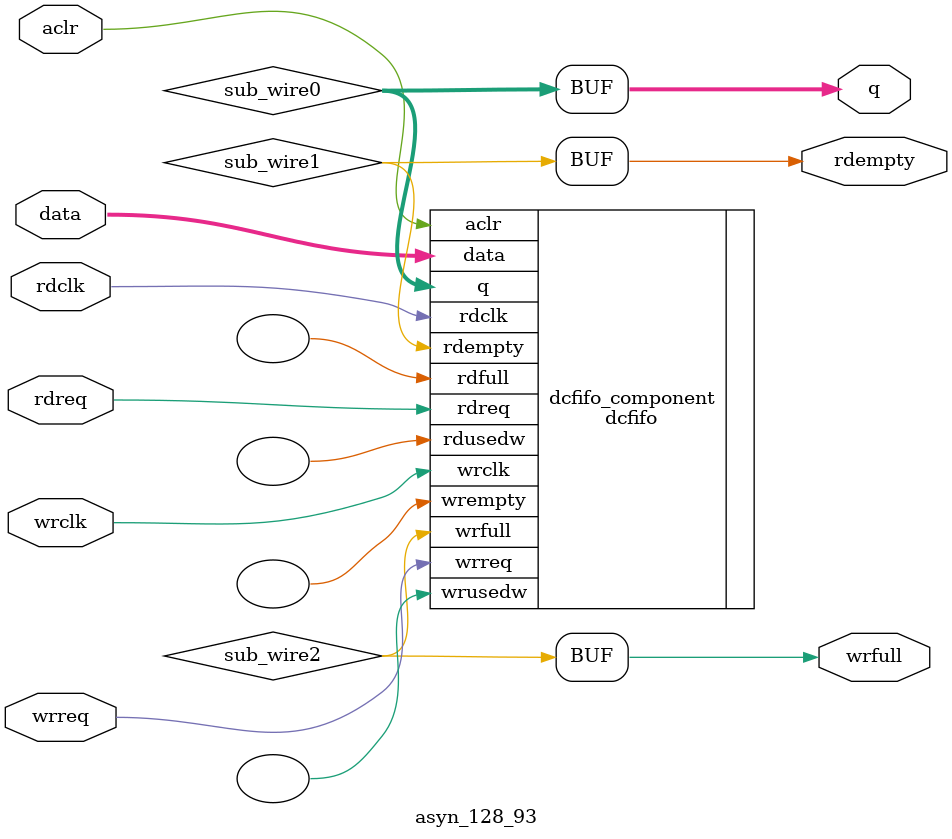
<source format=v>
module asyn_128_93 (
	aclr,
	data,
	rdclk,
	rdreq,
	wrclk,
	wrreq,
	q,
	rdempty,
	wrfull);
	input	  aclr;
	input	[92:0]  data;
	input	  rdclk;
	input	  rdreq;
	input	  wrclk;
	input	  wrreq;
	output	[92:0]  q;
	output	  rdempty;
	output	  wrfull;
`ifndef ALTERA_RESERVED_QIS
// synopsys translate_off
`endif
	tri0	  aclr;
`ifndef ALTERA_RESERVED_QIS
// synopsys translate_on
`endif
	wire [92:0] sub_wire0;
	wire  sub_wire1;
	wire  sub_wire2;
	wire [92:0] q = sub_wire0[92:0];
	wire  rdempty = sub_wire1;
	wire  wrfull = sub_wire2;
	dcfifo	dcfifo_component (
				.aclr (aclr),
				.data (data),
				.rdclk (rdclk),
				.rdreq (rdreq),
				.wrclk (wrclk),
				.wrreq (wrreq),
				.q (sub_wire0),
				.rdempty (sub_wire1),
				.wrfull (sub_wire2),
				.rdfull (),
				.rdusedw (),
				.wrempty (),
				.wrusedw ());
	defparam
		dcfifo_component.intended_device_family = "Stratix V",
		dcfifo_component.lpm_numwords = 128,
		dcfifo_component.lpm_showahead = "ON",
		dcfifo_component.lpm_type = "dcfifo",
		dcfifo_component.lpm_width = 93,
		dcfifo_component.lpm_widthu = 7,
		dcfifo_component.overflow_checking = "ON",
		dcfifo_component.rdsync_delaypipe = 5,
		dcfifo_component.read_aclr_synch = "OFF",
		dcfifo_component.underflow_checking = "ON",
		dcfifo_component.use_eab = "ON",
		dcfifo_component.write_aclr_synch = "OFF",
		dcfifo_component.wrsync_delaypipe = 5;
endmodule
</source>
